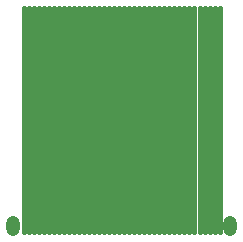
<source format=gts>
G04*
G04 #@! TF.GenerationSoftware,Altium Limited,Altium Designer,21.4.1 (30)*
G04*
G04 Layer_Color=8388736*
%FSAX44Y44*%
%MOMM*%
G71*
G04*
G04 #@! TF.SameCoordinates,FC3D4518-3266-49AB-992B-672722C8420D*
G04*
G04*
G04 #@! TF.FilePolarity,Negative*
G04*
G01*
G75*
%ADD12O,1.2032X1.7032*%
%ADD13C,0.4572*%
D12*
X00192000Y00010500D02*
D03*
X00008000D02*
D03*
D13*
X00183000Y00005250D02*
Y00195250D01*
X00178750Y00005250D02*
Y00195250D01*
X00174500Y00005250D02*
Y00195250D01*
X00170250Y00005250D02*
Y00195250D01*
X00166000Y00005250D02*
Y00195250D01*
X00161750Y00005250D02*
Y00195250D01*
X00157500Y00005250D02*
Y00195250D01*
X00153250Y00005250D02*
Y00195250D01*
X00085250Y00005250D02*
Y00195250D01*
X00089500Y00005250D02*
Y00195250D01*
X00093750Y00005250D02*
Y00195250D01*
X00098000Y00005250D02*
Y00195250D01*
X00115000Y00005250D02*
Y00195250D01*
X00110750Y00005250D02*
Y00195250D01*
X00106500Y00005250D02*
Y00195250D01*
X00102250Y00005250D02*
Y00195250D01*
X00136250Y00005250D02*
Y00195250D01*
X00140500Y00005250D02*
Y00195250D01*
X00144750Y00005250D02*
Y00195250D01*
X00149000Y00005250D02*
Y00195250D01*
X00132000Y00005250D02*
Y00195250D01*
X00127750Y00005250D02*
Y00195250D01*
X00123500Y00005250D02*
Y00195250D01*
X00119250Y00005250D02*
Y00195250D01*
X00051250Y00005250D02*
Y00195250D01*
X00055500Y00005250D02*
Y00195250D01*
X00059750Y00005250D02*
Y00195250D01*
X00064000Y00005250D02*
Y00195250D01*
X00081000Y00005250D02*
Y00195250D01*
X00076750Y00005250D02*
Y00195250D01*
X00072500Y00005250D02*
Y00195250D01*
X00068250Y00005250D02*
Y00195250D01*
X00034250Y00005250D02*
Y00195250D01*
X00038500Y00005250D02*
Y00195250D01*
X00042750Y00005250D02*
Y00195250D01*
X00047000Y00005250D02*
Y00195250D01*
X00030000Y00005250D02*
Y00195250D01*
X00025750Y00005250D02*
Y00195250D01*
X00021500Y00005250D02*
Y00195250D01*
X00017250Y00005250D02*
Y00195250D01*
M02*

</source>
